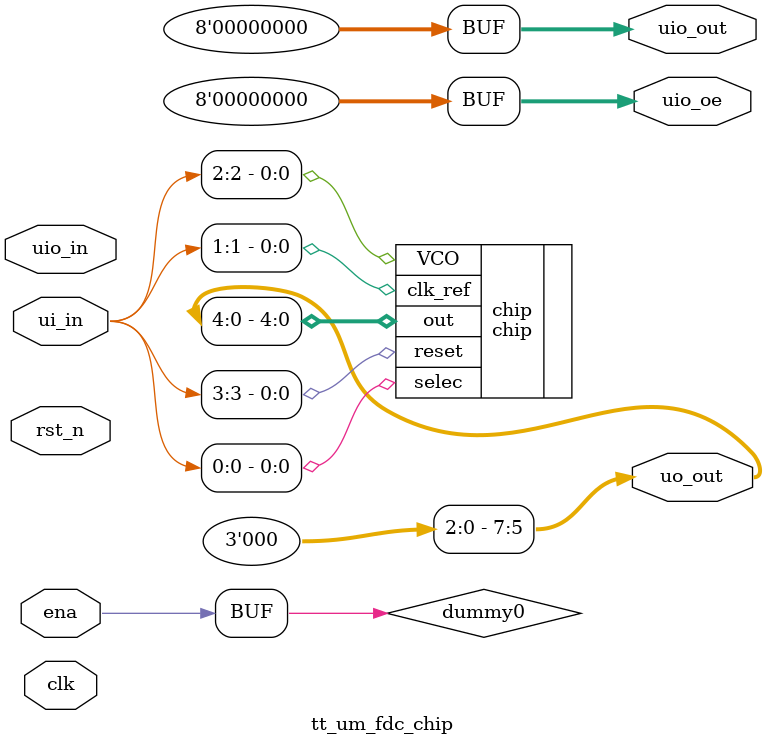
<source format=v>
/*
 * Copyright (c) 2024 Your Name
 * SPDX-License-Identifier: Apache-2.0
 */

`define default_netname none
//`include "chip.v"

module tt_um_fdc_chip (
    input  wire [7:0] ui_in,    // Dedicated inputs
    output wire [7:0] uo_out,   // Dedicated outputs
    input  wire [7:0] uio_in,   // IOs: Input path
    output wire [7:0] uio_out,  // IOs: Output path
    output wire [7:0] uio_oe,   // IOs: Enable path (active high: 0=input, 1=output)
    input  wire       ena,      // will go high when the design is enabled
    input  wire       clk,      // clock
    input  wire       rst_n     // reset_n - low to reset
);

  // All output pins must be assigned. If not used, assign to 0.
  assign uio_oe = 8'b0;
  assign uio_out = 8'b0;
  assign uo_out[7:5] = 3'b0;

  wire reset = !rst_n; // Consistent use of reset signal

  /* verilator lint_off UNUSEDSIGNAL */
  wire dummy0 = ena;
  wire dummy2 = |uio_in[7:0];
  /* verilator lint_on UNUSEDSIGNAL */

  chip chip(
    .reset(ui_in[3]),
    .selec(ui_in[0]),
    .clk_ref(ui_in[1]),
    .VCO(ui_in[2]),
    .out(uo_out[4:0])
  );

endmodule

</source>
